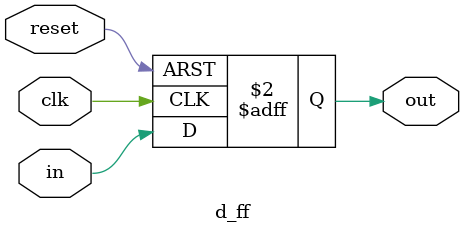
<source format=v>

module siso_register_16(output out,
                       input in, clk, reset);

wire [14:0] t_in;

d_ff f0(t_in[0], in, clk, reset);
d_ff f1(t_in[1], t_in[0], clk, reset);
d_ff f2(t_in[2], t_in[1], clk, reset);
d_ff f3(t_in[3], t_in[2], clk, reset);
d_ff f4(t_in[4], t_in[3], clk, reset);
d_ff f5(t_in[5], t_in[4], clk, reset);
d_ff f6(t_in[6], t_in[5], clk, reset);
d_ff f7(t_in[7], t_in[6], clk, reset);
d_ff f8(t_in[8], t_in[7], clk, reset);
d_ff f9(t_in[9], t_in[8], clk, reset);
d_ff f10(t_in[10], t_in[9], clk, reset);
d_ff f11(t_in[11], t_in[10], clk, reset);
d_ff f12(t_in[12], t_in[11], clk, reset);
d_ff f13(t_in[13], t_in[12], clk, reset);
d_ff f14(t_in[14], t_in[13], clk, reset);
d_ff f15(out, t_in[14], clk, reset);

endmodule


module d_ff(output reg out,
            input in, clk, reset);

always @ (posedge reset or negedge clk)
begin
    if (reset)
    out <= 1'b0;
    else
    out <= in;
end

endmodule
</source>
